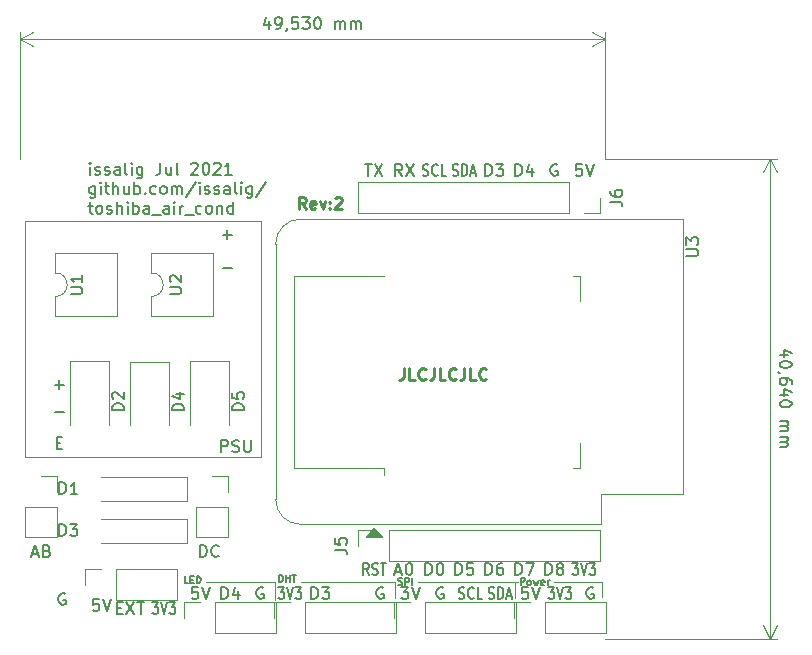
<source format=gbr>
%TF.GenerationSoftware,KiCad,Pcbnew,5.1.5+dfsg1-2build2*%
%TF.CreationDate,2021-07-06T16:50:00+02:00*%
%TF.ProjectId,airpcb_smd,61697270-6362-45f7-936d-642e6b696361,rev?*%
%TF.SameCoordinates,Original*%
%TF.FileFunction,Legend,Top*%
%TF.FilePolarity,Positive*%
%FSLAX46Y46*%
G04 Gerber Fmt 4.6, Leading zero omitted, Abs format (unit mm)*
G04 Created by KiCad (PCBNEW 5.1.5+dfsg1-2build2) date 2021-07-06 16:50:00*
%MOMM*%
%LPD*%
G04 APERTURE LIST*
%ADD10C,0.150000*%
%ADD11C,0.120000*%
%ADD12C,0.250000*%
G04 APERTURE END LIST*
D10*
X58999571Y-47172571D02*
X59332904Y-47172571D01*
X59475761Y-47696380D02*
X58999571Y-47696380D01*
X58999571Y-46696380D01*
X59475761Y-46696380D01*
X59809095Y-46696380D02*
X60475761Y-47696380D01*
X60475761Y-46696380D02*
X59809095Y-47696380D01*
X60713857Y-46696380D02*
X61285285Y-46696380D01*
X60999571Y-47696380D02*
X60999571Y-46696380D01*
D11*
X72390000Y-44958000D02*
X66548000Y-44958000D01*
X72390000Y-46482000D02*
X72390000Y-44958000D01*
X82550000Y-44958000D02*
X74549000Y-44958000D01*
X82550000Y-46355000D02*
X82550000Y-44958000D01*
X92710000Y-44958000D02*
X92964000Y-44958000D01*
X92710000Y-44958000D02*
X92710000Y-46355000D01*
X92202000Y-44958000D02*
X92710000Y-44958000D01*
X100076000Y-44958000D02*
X100076000Y-46228000D01*
X96012000Y-44958000D02*
X100076000Y-44958000D01*
X84455000Y-44958000D02*
X92202000Y-44958000D01*
D10*
X93175285Y-45229428D02*
X93175285Y-44629428D01*
X93403857Y-44629428D01*
X93461000Y-44658000D01*
X93489571Y-44686571D01*
X93518142Y-44743714D01*
X93518142Y-44829428D01*
X93489571Y-44886571D01*
X93461000Y-44915142D01*
X93403857Y-44943714D01*
X93175285Y-44943714D01*
X93861000Y-45229428D02*
X93803857Y-45200857D01*
X93775285Y-45172285D01*
X93746714Y-45115142D01*
X93746714Y-44943714D01*
X93775285Y-44886571D01*
X93803857Y-44858000D01*
X93861000Y-44829428D01*
X93946714Y-44829428D01*
X94003857Y-44858000D01*
X94032428Y-44886571D01*
X94061000Y-44943714D01*
X94061000Y-45115142D01*
X94032428Y-45172285D01*
X94003857Y-45200857D01*
X93946714Y-45229428D01*
X93861000Y-45229428D01*
X94261000Y-44829428D02*
X94375285Y-45229428D01*
X94489571Y-44943714D01*
X94603857Y-45229428D01*
X94718142Y-44829428D01*
X95175285Y-45200857D02*
X95118142Y-45229428D01*
X95003857Y-45229428D01*
X94946714Y-45200857D01*
X94918142Y-45143714D01*
X94918142Y-44915142D01*
X94946714Y-44858000D01*
X95003857Y-44829428D01*
X95118142Y-44829428D01*
X95175285Y-44858000D01*
X95203857Y-44915142D01*
X95203857Y-44972285D01*
X94918142Y-45029428D01*
X95461000Y-45229428D02*
X95461000Y-44829428D01*
X95461000Y-44943714D02*
X95489571Y-44886571D01*
X95518142Y-44858000D01*
X95575285Y-44829428D01*
X95632428Y-44829428D01*
X82824714Y-45200857D02*
X82910428Y-45229428D01*
X83053285Y-45229428D01*
X83110428Y-45200857D01*
X83139000Y-45172285D01*
X83167571Y-45115142D01*
X83167571Y-45058000D01*
X83139000Y-45000857D01*
X83110428Y-44972285D01*
X83053285Y-44943714D01*
X82939000Y-44915142D01*
X82881857Y-44886571D01*
X82853285Y-44858000D01*
X82824714Y-44800857D01*
X82824714Y-44743714D01*
X82853285Y-44686571D01*
X82881857Y-44658000D01*
X82939000Y-44629428D01*
X83081857Y-44629428D01*
X83167571Y-44658000D01*
X83424714Y-45229428D02*
X83424714Y-44629428D01*
X83653285Y-44629428D01*
X83710428Y-44658000D01*
X83739000Y-44686571D01*
X83767571Y-44743714D01*
X83767571Y-44829428D01*
X83739000Y-44886571D01*
X83710428Y-44915142D01*
X83653285Y-44943714D01*
X83424714Y-44943714D01*
X84024714Y-45229428D02*
X84024714Y-44629428D01*
X65019285Y-45102428D02*
X64733571Y-45102428D01*
X64733571Y-44502428D01*
X65219285Y-44788142D02*
X65419285Y-44788142D01*
X65505000Y-45102428D02*
X65219285Y-45102428D01*
X65219285Y-44502428D01*
X65505000Y-44502428D01*
X65762142Y-45102428D02*
X65762142Y-44502428D01*
X65905000Y-44502428D01*
X65990714Y-44531000D01*
X66047857Y-44588142D01*
X66076428Y-44645285D01*
X66105000Y-44759571D01*
X66105000Y-44845285D01*
X66076428Y-44959571D01*
X66047857Y-45016714D01*
X65990714Y-45073857D01*
X65905000Y-45102428D01*
X65762142Y-45102428D01*
X72706000Y-44975428D02*
X72706000Y-44375428D01*
X72848857Y-44375428D01*
X72934571Y-44404000D01*
X72991714Y-44461142D01*
X73020285Y-44518285D01*
X73048857Y-44632571D01*
X73048857Y-44718285D01*
X73020285Y-44832571D01*
X72991714Y-44889714D01*
X72934571Y-44946857D01*
X72848857Y-44975428D01*
X72706000Y-44975428D01*
X73306000Y-44975428D02*
X73306000Y-44375428D01*
X73306000Y-44661142D02*
X73648857Y-44661142D01*
X73648857Y-44975428D02*
X73648857Y-44375428D01*
X73848857Y-44375428D02*
X74191714Y-44375428D01*
X74020285Y-44975428D02*
X74020285Y-44375428D01*
X57467523Y-46442380D02*
X56991333Y-46442380D01*
X56943714Y-46918571D01*
X56991333Y-46870952D01*
X57086571Y-46823333D01*
X57324666Y-46823333D01*
X57419904Y-46870952D01*
X57467523Y-46918571D01*
X57515142Y-47013809D01*
X57515142Y-47251904D01*
X57467523Y-47347142D01*
X57419904Y-47394761D01*
X57324666Y-47442380D01*
X57086571Y-47442380D01*
X56991333Y-47394761D01*
X56943714Y-47347142D01*
X57800857Y-46442380D02*
X58134190Y-47442380D01*
X58467523Y-46442380D01*
X62001523Y-46696380D02*
X62496761Y-46696380D01*
X62230095Y-47077333D01*
X62344380Y-47077333D01*
X62420571Y-47124952D01*
X62458666Y-47172571D01*
X62496761Y-47267809D01*
X62496761Y-47505904D01*
X62458666Y-47601142D01*
X62420571Y-47648761D01*
X62344380Y-47696380D01*
X62115809Y-47696380D01*
X62039619Y-47648761D01*
X62001523Y-47601142D01*
X62725333Y-46696380D02*
X62992000Y-47696380D01*
X63258666Y-46696380D01*
X63449142Y-46696380D02*
X63944380Y-46696380D01*
X63677714Y-47077333D01*
X63792000Y-47077333D01*
X63868190Y-47124952D01*
X63906285Y-47172571D01*
X63944380Y-47267809D01*
X63944380Y-47505904D01*
X63906285Y-47601142D01*
X63868190Y-47648761D01*
X63792000Y-47696380D01*
X63563428Y-47696380D01*
X63487238Y-47648761D01*
X63449142Y-47601142D01*
X54617904Y-45982000D02*
X54522666Y-45934380D01*
X54379809Y-45934380D01*
X54236952Y-45982000D01*
X54141714Y-46077238D01*
X54094095Y-46172476D01*
X54046476Y-46362952D01*
X54046476Y-46505809D01*
X54094095Y-46696285D01*
X54141714Y-46791523D01*
X54236952Y-46886761D01*
X54379809Y-46934380D01*
X54475047Y-46934380D01*
X54617904Y-46886761D01*
X54665523Y-46839142D01*
X54665523Y-46505809D01*
X54475047Y-46505809D01*
X53887714Y-33202571D02*
X54221047Y-33202571D01*
X54363904Y-33726380D02*
X53887714Y-33726380D01*
X53887714Y-32726380D01*
X54363904Y-32726380D01*
X98361523Y-9612380D02*
X97885333Y-9612380D01*
X97837714Y-10088571D01*
X97885333Y-10040952D01*
X97980571Y-9993333D01*
X98218666Y-9993333D01*
X98313904Y-10040952D01*
X98361523Y-10088571D01*
X98409142Y-10183809D01*
X98409142Y-10421904D01*
X98361523Y-10517142D01*
X98313904Y-10564761D01*
X98218666Y-10612380D01*
X97980571Y-10612380D01*
X97885333Y-10564761D01*
X97837714Y-10517142D01*
X98694857Y-9612380D02*
X99028190Y-10612380D01*
X99361523Y-9612380D01*
X80010095Y-9612380D02*
X80581523Y-9612380D01*
X80295809Y-10612380D02*
X80295809Y-9612380D01*
X80819619Y-9612380D02*
X81486285Y-10612380D01*
X81486285Y-9612380D02*
X80819619Y-10612380D01*
X83145333Y-10612380D02*
X82812000Y-10136190D01*
X82573904Y-10612380D02*
X82573904Y-9612380D01*
X82954857Y-9612380D01*
X83050095Y-9660000D01*
X83097714Y-9707619D01*
X83145333Y-9802857D01*
X83145333Y-9945714D01*
X83097714Y-10040952D01*
X83050095Y-10088571D01*
X82954857Y-10136190D01*
X82573904Y-10136190D01*
X83478666Y-9612380D02*
X84145333Y-10612380D01*
X84145333Y-9612380D02*
X83478666Y-10612380D01*
X84899619Y-10564761D02*
X85013904Y-10612380D01*
X85204380Y-10612380D01*
X85280571Y-10564761D01*
X85318666Y-10517142D01*
X85356761Y-10421904D01*
X85356761Y-10326666D01*
X85318666Y-10231428D01*
X85280571Y-10183809D01*
X85204380Y-10136190D01*
X85052000Y-10088571D01*
X84975809Y-10040952D01*
X84937714Y-9993333D01*
X84899619Y-9898095D01*
X84899619Y-9802857D01*
X84937714Y-9707619D01*
X84975809Y-9660000D01*
X85052000Y-9612380D01*
X85242476Y-9612380D01*
X85356761Y-9660000D01*
X86156761Y-10517142D02*
X86118666Y-10564761D01*
X86004380Y-10612380D01*
X85928190Y-10612380D01*
X85813904Y-10564761D01*
X85737714Y-10469523D01*
X85699619Y-10374285D01*
X85661523Y-10183809D01*
X85661523Y-10040952D01*
X85699619Y-9850476D01*
X85737714Y-9755238D01*
X85813904Y-9660000D01*
X85928190Y-9612380D01*
X86004380Y-9612380D01*
X86118666Y-9660000D01*
X86156761Y-9707619D01*
X86880571Y-10612380D02*
X86499619Y-10612380D01*
X86499619Y-9612380D01*
X87420571Y-10564761D02*
X87534857Y-10612380D01*
X87725333Y-10612380D01*
X87801523Y-10564761D01*
X87839619Y-10517142D01*
X87877714Y-10421904D01*
X87877714Y-10326666D01*
X87839619Y-10231428D01*
X87801523Y-10183809D01*
X87725333Y-10136190D01*
X87572952Y-10088571D01*
X87496761Y-10040952D01*
X87458666Y-9993333D01*
X87420571Y-9898095D01*
X87420571Y-9802857D01*
X87458666Y-9707619D01*
X87496761Y-9660000D01*
X87572952Y-9612380D01*
X87763428Y-9612380D01*
X87877714Y-9660000D01*
X88220571Y-10612380D02*
X88220571Y-9612380D01*
X88411047Y-9612380D01*
X88525333Y-9660000D01*
X88601523Y-9755238D01*
X88639619Y-9850476D01*
X88677714Y-10040952D01*
X88677714Y-10183809D01*
X88639619Y-10374285D01*
X88601523Y-10469523D01*
X88525333Y-10564761D01*
X88411047Y-10612380D01*
X88220571Y-10612380D01*
X88982476Y-10326666D02*
X89363428Y-10326666D01*
X88906285Y-10612380D02*
X89172952Y-9612380D01*
X89439619Y-10612380D01*
X90193904Y-10612380D02*
X90193904Y-9612380D01*
X90432000Y-9612380D01*
X90574857Y-9660000D01*
X90670095Y-9755238D01*
X90717714Y-9850476D01*
X90765333Y-10040952D01*
X90765333Y-10183809D01*
X90717714Y-10374285D01*
X90670095Y-10469523D01*
X90574857Y-10564761D01*
X90432000Y-10612380D01*
X90193904Y-10612380D01*
X91098666Y-9612380D02*
X91717714Y-9612380D01*
X91384380Y-9993333D01*
X91527238Y-9993333D01*
X91622476Y-10040952D01*
X91670095Y-10088571D01*
X91717714Y-10183809D01*
X91717714Y-10421904D01*
X91670095Y-10517142D01*
X91622476Y-10564761D01*
X91527238Y-10612380D01*
X91241523Y-10612380D01*
X91146285Y-10564761D01*
X91098666Y-10517142D01*
X92733904Y-10612380D02*
X92733904Y-9612380D01*
X92972000Y-9612380D01*
X93114857Y-9660000D01*
X93210095Y-9755238D01*
X93257714Y-9850476D01*
X93305333Y-10040952D01*
X93305333Y-10183809D01*
X93257714Y-10374285D01*
X93210095Y-10469523D01*
X93114857Y-10564761D01*
X92972000Y-10612380D01*
X92733904Y-10612380D01*
X94162476Y-9945714D02*
X94162476Y-10612380D01*
X93924380Y-9564761D02*
X93686285Y-10279047D01*
X94305333Y-10279047D01*
X96273904Y-9660000D02*
X96178666Y-9612380D01*
X96035809Y-9612380D01*
X95892952Y-9660000D01*
X95797714Y-9755238D01*
X95750095Y-9850476D01*
X95702476Y-10040952D01*
X95702476Y-10183809D01*
X95750095Y-10374285D01*
X95797714Y-10469523D01*
X95892952Y-10564761D01*
X96035809Y-10612380D01*
X96131047Y-10612380D01*
X96273904Y-10564761D01*
X96321523Y-10517142D01*
X96321523Y-10183809D01*
X96131047Y-10183809D01*
X80333904Y-44394380D02*
X80067238Y-43918190D01*
X79876761Y-44394380D02*
X79876761Y-43394380D01*
X80181523Y-43394380D01*
X80257714Y-43442000D01*
X80295809Y-43489619D01*
X80333904Y-43584857D01*
X80333904Y-43727714D01*
X80295809Y-43822952D01*
X80257714Y-43870571D01*
X80181523Y-43918190D01*
X79876761Y-43918190D01*
X80638666Y-44346761D02*
X80752952Y-44394380D01*
X80943428Y-44394380D01*
X81019619Y-44346761D01*
X81057714Y-44299142D01*
X81095809Y-44203904D01*
X81095809Y-44108666D01*
X81057714Y-44013428D01*
X81019619Y-43965809D01*
X80943428Y-43918190D01*
X80791047Y-43870571D01*
X80714857Y-43822952D01*
X80676761Y-43775333D01*
X80638666Y-43680095D01*
X80638666Y-43584857D01*
X80676761Y-43489619D01*
X80714857Y-43442000D01*
X80791047Y-43394380D01*
X80981523Y-43394380D01*
X81095809Y-43442000D01*
X81324380Y-43394380D02*
X81781523Y-43394380D01*
X81552952Y-44394380D02*
X81552952Y-43394380D01*
X82597714Y-44108666D02*
X83073904Y-44108666D01*
X82502476Y-44394380D02*
X82835809Y-43394380D01*
X83169142Y-44394380D01*
X83692952Y-43394380D02*
X83788190Y-43394380D01*
X83883428Y-43442000D01*
X83931047Y-43489619D01*
X83978666Y-43584857D01*
X84026285Y-43775333D01*
X84026285Y-44013428D01*
X83978666Y-44203904D01*
X83931047Y-44299142D01*
X83883428Y-44346761D01*
X83788190Y-44394380D01*
X83692952Y-44394380D01*
X83597714Y-44346761D01*
X83550095Y-44299142D01*
X83502476Y-44203904D01*
X83454857Y-44013428D01*
X83454857Y-43775333D01*
X83502476Y-43584857D01*
X83550095Y-43489619D01*
X83597714Y-43442000D01*
X83692952Y-43394380D01*
X85113904Y-44394380D02*
X85113904Y-43394380D01*
X85352000Y-43394380D01*
X85494857Y-43442000D01*
X85590095Y-43537238D01*
X85637714Y-43632476D01*
X85685333Y-43822952D01*
X85685333Y-43965809D01*
X85637714Y-44156285D01*
X85590095Y-44251523D01*
X85494857Y-44346761D01*
X85352000Y-44394380D01*
X85113904Y-44394380D01*
X86304380Y-43394380D02*
X86399619Y-43394380D01*
X86494857Y-43442000D01*
X86542476Y-43489619D01*
X86590095Y-43584857D01*
X86637714Y-43775333D01*
X86637714Y-44013428D01*
X86590095Y-44203904D01*
X86542476Y-44299142D01*
X86494857Y-44346761D01*
X86399619Y-44394380D01*
X86304380Y-44394380D01*
X86209142Y-44346761D01*
X86161523Y-44299142D01*
X86113904Y-44203904D01*
X86066285Y-44013428D01*
X86066285Y-43775333D01*
X86113904Y-43584857D01*
X86161523Y-43489619D01*
X86209142Y-43442000D01*
X86304380Y-43394380D01*
X87653904Y-44394380D02*
X87653904Y-43394380D01*
X87892000Y-43394380D01*
X88034857Y-43442000D01*
X88130095Y-43537238D01*
X88177714Y-43632476D01*
X88225333Y-43822952D01*
X88225333Y-43965809D01*
X88177714Y-44156285D01*
X88130095Y-44251523D01*
X88034857Y-44346761D01*
X87892000Y-44394380D01*
X87653904Y-44394380D01*
X89130095Y-43394380D02*
X88653904Y-43394380D01*
X88606285Y-43870571D01*
X88653904Y-43822952D01*
X88749142Y-43775333D01*
X88987238Y-43775333D01*
X89082476Y-43822952D01*
X89130095Y-43870571D01*
X89177714Y-43965809D01*
X89177714Y-44203904D01*
X89130095Y-44299142D01*
X89082476Y-44346761D01*
X88987238Y-44394380D01*
X88749142Y-44394380D01*
X88653904Y-44346761D01*
X88606285Y-44299142D01*
X90193904Y-44394380D02*
X90193904Y-43394380D01*
X90432000Y-43394380D01*
X90574857Y-43442000D01*
X90670095Y-43537238D01*
X90717714Y-43632476D01*
X90765333Y-43822952D01*
X90765333Y-43965809D01*
X90717714Y-44156285D01*
X90670095Y-44251523D01*
X90574857Y-44346761D01*
X90432000Y-44394380D01*
X90193904Y-44394380D01*
X91622476Y-43394380D02*
X91432000Y-43394380D01*
X91336761Y-43442000D01*
X91289142Y-43489619D01*
X91193904Y-43632476D01*
X91146285Y-43822952D01*
X91146285Y-44203904D01*
X91193904Y-44299142D01*
X91241523Y-44346761D01*
X91336761Y-44394380D01*
X91527238Y-44394380D01*
X91622476Y-44346761D01*
X91670095Y-44299142D01*
X91717714Y-44203904D01*
X91717714Y-43965809D01*
X91670095Y-43870571D01*
X91622476Y-43822952D01*
X91527238Y-43775333D01*
X91336761Y-43775333D01*
X91241523Y-43822952D01*
X91193904Y-43870571D01*
X91146285Y-43965809D01*
X92733904Y-44394380D02*
X92733904Y-43394380D01*
X92972000Y-43394380D01*
X93114857Y-43442000D01*
X93210095Y-43537238D01*
X93257714Y-43632476D01*
X93305333Y-43822952D01*
X93305333Y-43965809D01*
X93257714Y-44156285D01*
X93210095Y-44251523D01*
X93114857Y-44346761D01*
X92972000Y-44394380D01*
X92733904Y-44394380D01*
X93638666Y-43394380D02*
X94305333Y-43394380D01*
X93876761Y-44394380D01*
X95273904Y-44394380D02*
X95273904Y-43394380D01*
X95512000Y-43394380D01*
X95654857Y-43442000D01*
X95750095Y-43537238D01*
X95797714Y-43632476D01*
X95845333Y-43822952D01*
X95845333Y-43965809D01*
X95797714Y-44156285D01*
X95750095Y-44251523D01*
X95654857Y-44346761D01*
X95512000Y-44394380D01*
X95273904Y-44394380D01*
X96416761Y-43822952D02*
X96321523Y-43775333D01*
X96273904Y-43727714D01*
X96226285Y-43632476D01*
X96226285Y-43584857D01*
X96273904Y-43489619D01*
X96321523Y-43442000D01*
X96416761Y-43394380D01*
X96607238Y-43394380D01*
X96702476Y-43442000D01*
X96750095Y-43489619D01*
X96797714Y-43584857D01*
X96797714Y-43632476D01*
X96750095Y-43727714D01*
X96702476Y-43775333D01*
X96607238Y-43822952D01*
X96416761Y-43822952D01*
X96321523Y-43870571D01*
X96273904Y-43918190D01*
X96226285Y-44013428D01*
X96226285Y-44203904D01*
X96273904Y-44299142D01*
X96321523Y-44346761D01*
X96416761Y-44394380D01*
X96607238Y-44394380D01*
X96702476Y-44346761D01*
X96750095Y-44299142D01*
X96797714Y-44203904D01*
X96797714Y-44013428D01*
X96750095Y-43918190D01*
X96702476Y-43870571D01*
X96607238Y-43822952D01*
X97561523Y-43394380D02*
X98056761Y-43394380D01*
X97790095Y-43775333D01*
X97904380Y-43775333D01*
X97980571Y-43822952D01*
X98018666Y-43870571D01*
X98056761Y-43965809D01*
X98056761Y-44203904D01*
X98018666Y-44299142D01*
X97980571Y-44346761D01*
X97904380Y-44394380D01*
X97675809Y-44394380D01*
X97599619Y-44346761D01*
X97561523Y-44299142D01*
X98285333Y-43394380D02*
X98552000Y-44394380D01*
X98818666Y-43394380D01*
X99009142Y-43394380D02*
X99504380Y-43394380D01*
X99237714Y-43775333D01*
X99352000Y-43775333D01*
X99428190Y-43822952D01*
X99466285Y-43870571D01*
X99504380Y-43965809D01*
X99504380Y-44203904D01*
X99466285Y-44299142D01*
X99428190Y-44346761D01*
X99352000Y-44394380D01*
X99123428Y-44394380D01*
X99047238Y-44346761D01*
X99009142Y-44299142D01*
D12*
X83280666Y-26884380D02*
X83280666Y-27598666D01*
X83233047Y-27741523D01*
X83137809Y-27836761D01*
X82994952Y-27884380D01*
X82899714Y-27884380D01*
X84233047Y-27884380D02*
X83756857Y-27884380D01*
X83756857Y-26884380D01*
X85137809Y-27789142D02*
X85090190Y-27836761D01*
X84947333Y-27884380D01*
X84852095Y-27884380D01*
X84709238Y-27836761D01*
X84614000Y-27741523D01*
X84566380Y-27646285D01*
X84518761Y-27455809D01*
X84518761Y-27312952D01*
X84566380Y-27122476D01*
X84614000Y-27027238D01*
X84709238Y-26932000D01*
X84852095Y-26884380D01*
X84947333Y-26884380D01*
X85090190Y-26932000D01*
X85137809Y-26979619D01*
X85852095Y-26884380D02*
X85852095Y-27598666D01*
X85804476Y-27741523D01*
X85709238Y-27836761D01*
X85566380Y-27884380D01*
X85471142Y-27884380D01*
X86804476Y-27884380D02*
X86328285Y-27884380D01*
X86328285Y-26884380D01*
X87709238Y-27789142D02*
X87661619Y-27836761D01*
X87518761Y-27884380D01*
X87423523Y-27884380D01*
X87280666Y-27836761D01*
X87185428Y-27741523D01*
X87137809Y-27646285D01*
X87090190Y-27455809D01*
X87090190Y-27312952D01*
X87137809Y-27122476D01*
X87185428Y-27027238D01*
X87280666Y-26932000D01*
X87423523Y-26884380D01*
X87518761Y-26884380D01*
X87661619Y-26932000D01*
X87709238Y-26979619D01*
X88423523Y-26884380D02*
X88423523Y-27598666D01*
X88375904Y-27741523D01*
X88280666Y-27836761D01*
X88137809Y-27884380D01*
X88042571Y-27884380D01*
X89375904Y-27884380D02*
X88899714Y-27884380D01*
X88899714Y-26884380D01*
X90280666Y-27789142D02*
X90233047Y-27836761D01*
X90090190Y-27884380D01*
X89994952Y-27884380D01*
X89852095Y-27836761D01*
X89756857Y-27741523D01*
X89709238Y-27646285D01*
X89661619Y-27455809D01*
X89661619Y-27312952D01*
X89709238Y-27122476D01*
X89756857Y-27027238D01*
X89852095Y-26932000D01*
X89994952Y-26884380D01*
X90090190Y-26884380D01*
X90233047Y-26932000D01*
X90280666Y-26979619D01*
X74985714Y-13406380D02*
X74652380Y-12930190D01*
X74414285Y-13406380D02*
X74414285Y-12406380D01*
X74795238Y-12406380D01*
X74890476Y-12454000D01*
X74938095Y-12501619D01*
X74985714Y-12596857D01*
X74985714Y-12739714D01*
X74938095Y-12834952D01*
X74890476Y-12882571D01*
X74795238Y-12930190D01*
X74414285Y-12930190D01*
X75795238Y-13358761D02*
X75700000Y-13406380D01*
X75509523Y-13406380D01*
X75414285Y-13358761D01*
X75366666Y-13263523D01*
X75366666Y-12882571D01*
X75414285Y-12787333D01*
X75509523Y-12739714D01*
X75700000Y-12739714D01*
X75795238Y-12787333D01*
X75842857Y-12882571D01*
X75842857Y-12977809D01*
X75366666Y-13073047D01*
X76176190Y-12739714D02*
X76414285Y-13406380D01*
X76652380Y-12739714D01*
X77033333Y-13311142D02*
X77080952Y-13358761D01*
X77033333Y-13406380D01*
X76985714Y-13358761D01*
X77033333Y-13311142D01*
X77033333Y-13406380D01*
X77033333Y-12787333D02*
X77080952Y-12834952D01*
X77033333Y-12882571D01*
X76985714Y-12834952D01*
X77033333Y-12787333D01*
X77033333Y-12882571D01*
X77461904Y-12501619D02*
X77509523Y-12454000D01*
X77604761Y-12406380D01*
X77842857Y-12406380D01*
X77938095Y-12454000D01*
X77985714Y-12501619D01*
X78033333Y-12596857D01*
X78033333Y-12692095D01*
X77985714Y-12834952D01*
X77414285Y-13406380D01*
X78033333Y-13406380D01*
D10*
X67945047Y-15565428D02*
X68706952Y-15565428D01*
X68326000Y-15946380D02*
X68326000Y-15184476D01*
X67945047Y-18359428D02*
X68706952Y-18359428D01*
X53721047Y-28265428D02*
X54482952Y-28265428D01*
X54102000Y-28646380D02*
X54102000Y-27884476D01*
X53721047Y-30551428D02*
X54482952Y-30551428D01*
X75461904Y-46426380D02*
X75461904Y-45426380D01*
X75700000Y-45426380D01*
X75842857Y-45474000D01*
X75938095Y-45569238D01*
X75985714Y-45664476D01*
X76033333Y-45854952D01*
X76033333Y-45997809D01*
X75985714Y-46188285D01*
X75938095Y-46283523D01*
X75842857Y-46378761D01*
X75700000Y-46426380D01*
X75461904Y-46426380D01*
X76366666Y-45426380D02*
X76985714Y-45426380D01*
X76652380Y-45807333D01*
X76795238Y-45807333D01*
X76890476Y-45854952D01*
X76938095Y-45902571D01*
X76985714Y-45997809D01*
X76985714Y-46235904D01*
X76938095Y-46331142D01*
X76890476Y-46378761D01*
X76795238Y-46426380D01*
X76509523Y-46426380D01*
X76414285Y-46378761D01*
X76366666Y-46331142D01*
X95529523Y-45426380D02*
X96024761Y-45426380D01*
X95758095Y-45807333D01*
X95872380Y-45807333D01*
X95948571Y-45854952D01*
X95986666Y-45902571D01*
X96024761Y-45997809D01*
X96024761Y-46235904D01*
X95986666Y-46331142D01*
X95948571Y-46378761D01*
X95872380Y-46426380D01*
X95643809Y-46426380D01*
X95567619Y-46378761D01*
X95529523Y-46331142D01*
X96253333Y-45426380D02*
X96520000Y-46426380D01*
X96786666Y-45426380D01*
X96977142Y-45426380D02*
X97472380Y-45426380D01*
X97205714Y-45807333D01*
X97320000Y-45807333D01*
X97396190Y-45854952D01*
X97434285Y-45902571D01*
X97472380Y-45997809D01*
X97472380Y-46235904D01*
X97434285Y-46331142D01*
X97396190Y-46378761D01*
X97320000Y-46426380D01*
X97091428Y-46426380D01*
X97015238Y-46378761D01*
X96977142Y-46331142D01*
X93789523Y-45426380D02*
X93313333Y-45426380D01*
X93265714Y-45902571D01*
X93313333Y-45854952D01*
X93408571Y-45807333D01*
X93646666Y-45807333D01*
X93741904Y-45854952D01*
X93789523Y-45902571D01*
X93837142Y-45997809D01*
X93837142Y-46235904D01*
X93789523Y-46331142D01*
X93741904Y-46378761D01*
X93646666Y-46426380D01*
X93408571Y-46426380D01*
X93313333Y-46378761D01*
X93265714Y-46331142D01*
X94122857Y-45426380D02*
X94456190Y-46426380D01*
X94789523Y-45426380D01*
X87947619Y-46378761D02*
X88061904Y-46426380D01*
X88252380Y-46426380D01*
X88328571Y-46378761D01*
X88366666Y-46331142D01*
X88404761Y-46235904D01*
X88404761Y-46140666D01*
X88366666Y-46045428D01*
X88328571Y-45997809D01*
X88252380Y-45950190D01*
X88100000Y-45902571D01*
X88023809Y-45854952D01*
X87985714Y-45807333D01*
X87947619Y-45712095D01*
X87947619Y-45616857D01*
X87985714Y-45521619D01*
X88023809Y-45474000D01*
X88100000Y-45426380D01*
X88290476Y-45426380D01*
X88404761Y-45474000D01*
X89204761Y-46331142D02*
X89166666Y-46378761D01*
X89052380Y-46426380D01*
X88976190Y-46426380D01*
X88861904Y-46378761D01*
X88785714Y-46283523D01*
X88747619Y-46188285D01*
X88709523Y-45997809D01*
X88709523Y-45854952D01*
X88747619Y-45664476D01*
X88785714Y-45569238D01*
X88861904Y-45474000D01*
X88976190Y-45426380D01*
X89052380Y-45426380D01*
X89166666Y-45474000D01*
X89204761Y-45521619D01*
X89928571Y-46426380D02*
X89547619Y-46426380D01*
X89547619Y-45426380D01*
X83058095Y-45426380D02*
X83677142Y-45426380D01*
X83343809Y-45807333D01*
X83486666Y-45807333D01*
X83581904Y-45854952D01*
X83629523Y-45902571D01*
X83677142Y-45997809D01*
X83677142Y-46235904D01*
X83629523Y-46331142D01*
X83581904Y-46378761D01*
X83486666Y-46426380D01*
X83200952Y-46426380D01*
X83105714Y-46378761D01*
X83058095Y-46331142D01*
X83962857Y-45426380D02*
X84296190Y-46426380D01*
X84629523Y-45426380D01*
X86621904Y-45474000D02*
X86526666Y-45426380D01*
X86383809Y-45426380D01*
X86240952Y-45474000D01*
X86145714Y-45569238D01*
X86098095Y-45664476D01*
X86050476Y-45854952D01*
X86050476Y-45997809D01*
X86098095Y-46188285D01*
X86145714Y-46283523D01*
X86240952Y-46378761D01*
X86383809Y-46426380D01*
X86479047Y-46426380D01*
X86621904Y-46378761D01*
X86669523Y-46331142D01*
X86669523Y-45997809D01*
X86479047Y-45997809D01*
X67841904Y-46426380D02*
X67841904Y-45426380D01*
X68080000Y-45426380D01*
X68222857Y-45474000D01*
X68318095Y-45569238D01*
X68365714Y-45664476D01*
X68413333Y-45854952D01*
X68413333Y-45997809D01*
X68365714Y-46188285D01*
X68318095Y-46283523D01*
X68222857Y-46378761D01*
X68080000Y-46426380D01*
X67841904Y-46426380D01*
X69270476Y-45759714D02*
X69270476Y-46426380D01*
X69032380Y-45378761D02*
X68794285Y-46093047D01*
X69413333Y-46093047D01*
X72669523Y-45426380D02*
X73164761Y-45426380D01*
X72898095Y-45807333D01*
X73012380Y-45807333D01*
X73088571Y-45854952D01*
X73126666Y-45902571D01*
X73164761Y-45997809D01*
X73164761Y-46235904D01*
X73126666Y-46331142D01*
X73088571Y-46378761D01*
X73012380Y-46426380D01*
X72783809Y-46426380D01*
X72707619Y-46378761D01*
X72669523Y-46331142D01*
X73393333Y-45426380D02*
X73660000Y-46426380D01*
X73926666Y-45426380D01*
X74117142Y-45426380D02*
X74612380Y-45426380D01*
X74345714Y-45807333D01*
X74460000Y-45807333D01*
X74536190Y-45854952D01*
X74574285Y-45902571D01*
X74612380Y-45997809D01*
X74612380Y-46235904D01*
X74574285Y-46331142D01*
X74536190Y-46378761D01*
X74460000Y-46426380D01*
X74231428Y-46426380D01*
X74155238Y-46378761D01*
X74117142Y-46331142D01*
X65849523Y-45426380D02*
X65373333Y-45426380D01*
X65325714Y-45902571D01*
X65373333Y-45854952D01*
X65468571Y-45807333D01*
X65706666Y-45807333D01*
X65801904Y-45854952D01*
X65849523Y-45902571D01*
X65897142Y-45997809D01*
X65897142Y-46235904D01*
X65849523Y-46331142D01*
X65801904Y-46378761D01*
X65706666Y-46426380D01*
X65468571Y-46426380D01*
X65373333Y-46378761D01*
X65325714Y-46331142D01*
X66182857Y-45426380D02*
X66516190Y-46426380D01*
X66849523Y-45426380D01*
X71381904Y-45474000D02*
X71286666Y-45426380D01*
X71143809Y-45426380D01*
X71000952Y-45474000D01*
X70905714Y-45569238D01*
X70858095Y-45664476D01*
X70810476Y-45854952D01*
X70810476Y-45997809D01*
X70858095Y-46188285D01*
X70905714Y-46283523D01*
X71000952Y-46378761D01*
X71143809Y-46426380D01*
X71239047Y-46426380D01*
X71381904Y-46378761D01*
X71429523Y-46331142D01*
X71429523Y-45997809D01*
X71239047Y-45997809D01*
X81541904Y-45474000D02*
X81446666Y-45426380D01*
X81303809Y-45426380D01*
X81160952Y-45474000D01*
X81065714Y-45569238D01*
X81018095Y-45664476D01*
X80970476Y-45854952D01*
X80970476Y-45997809D01*
X81018095Y-46188285D01*
X81065714Y-46283523D01*
X81160952Y-46378761D01*
X81303809Y-46426380D01*
X81399047Y-46426380D01*
X81541904Y-46378761D01*
X81589523Y-46331142D01*
X81589523Y-45997809D01*
X81399047Y-45997809D01*
X90468571Y-46378761D02*
X90582857Y-46426380D01*
X90773333Y-46426380D01*
X90849523Y-46378761D01*
X90887619Y-46331142D01*
X90925714Y-46235904D01*
X90925714Y-46140666D01*
X90887619Y-46045428D01*
X90849523Y-45997809D01*
X90773333Y-45950190D01*
X90620952Y-45902571D01*
X90544761Y-45854952D01*
X90506666Y-45807333D01*
X90468571Y-45712095D01*
X90468571Y-45616857D01*
X90506666Y-45521619D01*
X90544761Y-45474000D01*
X90620952Y-45426380D01*
X90811428Y-45426380D01*
X90925714Y-45474000D01*
X91268571Y-46426380D02*
X91268571Y-45426380D01*
X91459047Y-45426380D01*
X91573333Y-45474000D01*
X91649523Y-45569238D01*
X91687619Y-45664476D01*
X91725714Y-45854952D01*
X91725714Y-45997809D01*
X91687619Y-46188285D01*
X91649523Y-46283523D01*
X91573333Y-46378761D01*
X91459047Y-46426380D01*
X91268571Y-46426380D01*
X92030476Y-46140666D02*
X92411428Y-46140666D01*
X91954285Y-46426380D02*
X92220952Y-45426380D01*
X92487619Y-46426380D01*
X115784285Y-25797333D02*
X115117619Y-25797333D01*
X116165238Y-25559238D02*
X115450952Y-25321142D01*
X115450952Y-25940190D01*
X116117619Y-26511619D02*
X116117619Y-26606857D01*
X116070000Y-26702095D01*
X116022380Y-26749714D01*
X115927142Y-26797333D01*
X115736666Y-26844952D01*
X115498571Y-26844952D01*
X115308095Y-26797333D01*
X115212857Y-26749714D01*
X115165238Y-26702095D01*
X115117619Y-26606857D01*
X115117619Y-26511619D01*
X115165238Y-26416380D01*
X115212857Y-26368761D01*
X115308095Y-26321142D01*
X115498571Y-26273523D01*
X115736666Y-26273523D01*
X115927142Y-26321142D01*
X116022380Y-26368761D01*
X116070000Y-26416380D01*
X116117619Y-26511619D01*
X115165238Y-27321142D02*
X115117619Y-27321142D01*
X115022380Y-27273523D01*
X114974761Y-27225904D01*
X116117619Y-28178285D02*
X116117619Y-27987809D01*
X116070000Y-27892571D01*
X116022380Y-27844952D01*
X115879523Y-27749714D01*
X115689047Y-27702095D01*
X115308095Y-27702095D01*
X115212857Y-27749714D01*
X115165238Y-27797333D01*
X115117619Y-27892571D01*
X115117619Y-28083047D01*
X115165238Y-28178285D01*
X115212857Y-28225904D01*
X115308095Y-28273523D01*
X115546190Y-28273523D01*
X115641428Y-28225904D01*
X115689047Y-28178285D01*
X115736666Y-28083047D01*
X115736666Y-27892571D01*
X115689047Y-27797333D01*
X115641428Y-27749714D01*
X115546190Y-27702095D01*
X115784285Y-29130666D02*
X115117619Y-29130666D01*
X116165238Y-28892571D02*
X115450952Y-28654476D01*
X115450952Y-29273523D01*
X116117619Y-29844952D02*
X116117619Y-29940190D01*
X116070000Y-30035428D01*
X116022380Y-30083047D01*
X115927142Y-30130666D01*
X115736666Y-30178285D01*
X115498571Y-30178285D01*
X115308095Y-30130666D01*
X115212857Y-30083047D01*
X115165238Y-30035428D01*
X115117619Y-29940190D01*
X115117619Y-29844952D01*
X115165238Y-29749714D01*
X115212857Y-29702095D01*
X115308095Y-29654476D01*
X115498571Y-29606857D01*
X115736666Y-29606857D01*
X115927142Y-29654476D01*
X116022380Y-29702095D01*
X116070000Y-29749714D01*
X116117619Y-29844952D01*
X115117619Y-31368761D02*
X115784285Y-31368761D01*
X115689047Y-31368761D02*
X115736666Y-31416380D01*
X115784285Y-31511619D01*
X115784285Y-31654476D01*
X115736666Y-31749714D01*
X115641428Y-31797333D01*
X115117619Y-31797333D01*
X115641428Y-31797333D02*
X115736666Y-31844952D01*
X115784285Y-31940190D01*
X115784285Y-32083047D01*
X115736666Y-32178285D01*
X115641428Y-32225904D01*
X115117619Y-32225904D01*
X115117619Y-32702095D02*
X115784285Y-32702095D01*
X115689047Y-32702095D02*
X115736666Y-32749714D01*
X115784285Y-32844952D01*
X115784285Y-32987809D01*
X115736666Y-33083047D01*
X115641428Y-33130666D01*
X115117619Y-33130666D01*
X115641428Y-33130666D02*
X115736666Y-33178285D01*
X115784285Y-33273523D01*
X115784285Y-33416380D01*
X115736666Y-33511619D01*
X115641428Y-33559238D01*
X115117619Y-33559238D01*
D11*
X114300000Y-9144000D02*
X114300000Y-49784000D01*
X100330000Y-9144000D02*
X114886421Y-9144000D01*
X100330000Y-49784000D02*
X114886421Y-49784000D01*
X114300000Y-49784000D02*
X113713579Y-48657496D01*
X114300000Y-49784000D02*
X114886421Y-48657496D01*
X114300000Y-9144000D02*
X113713579Y-10270504D01*
X114300000Y-9144000D02*
X114886421Y-10270504D01*
D10*
X71898333Y2500285D02*
X71898333Y1833619D01*
X71660238Y2881238D02*
X71422142Y2166952D01*
X72041190Y2166952D01*
X72469761Y1833619D02*
X72660238Y1833619D01*
X72755476Y1881238D01*
X72803095Y1928857D01*
X72898333Y2071714D01*
X72945952Y2262190D01*
X72945952Y2643142D01*
X72898333Y2738380D01*
X72850714Y2786000D01*
X72755476Y2833619D01*
X72565000Y2833619D01*
X72469761Y2786000D01*
X72422142Y2738380D01*
X72374523Y2643142D01*
X72374523Y2405047D01*
X72422142Y2309809D01*
X72469761Y2262190D01*
X72565000Y2214571D01*
X72755476Y2214571D01*
X72850714Y2262190D01*
X72898333Y2309809D01*
X72945952Y2405047D01*
X73422142Y1881238D02*
X73422142Y1833619D01*
X73374523Y1738380D01*
X73326904Y1690761D01*
X74326904Y2833619D02*
X73850714Y2833619D01*
X73803095Y2357428D01*
X73850714Y2405047D01*
X73945952Y2452666D01*
X74184047Y2452666D01*
X74279285Y2405047D01*
X74326904Y2357428D01*
X74374523Y2262190D01*
X74374523Y2024095D01*
X74326904Y1928857D01*
X74279285Y1881238D01*
X74184047Y1833619D01*
X73945952Y1833619D01*
X73850714Y1881238D01*
X73803095Y1928857D01*
X74707857Y2833619D02*
X75326904Y2833619D01*
X74993571Y2452666D01*
X75136428Y2452666D01*
X75231666Y2405047D01*
X75279285Y2357428D01*
X75326904Y2262190D01*
X75326904Y2024095D01*
X75279285Y1928857D01*
X75231666Y1881238D01*
X75136428Y1833619D01*
X74850714Y1833619D01*
X74755476Y1881238D01*
X74707857Y1928857D01*
X75945952Y2833619D02*
X76041190Y2833619D01*
X76136428Y2786000D01*
X76184047Y2738380D01*
X76231666Y2643142D01*
X76279285Y2452666D01*
X76279285Y2214571D01*
X76231666Y2024095D01*
X76184047Y1928857D01*
X76136428Y1881238D01*
X76041190Y1833619D01*
X75945952Y1833619D01*
X75850714Y1881238D01*
X75803095Y1928857D01*
X75755476Y2024095D01*
X75707857Y2214571D01*
X75707857Y2452666D01*
X75755476Y2643142D01*
X75803095Y2738380D01*
X75850714Y2786000D01*
X75945952Y2833619D01*
X77469761Y1833619D02*
X77469761Y2500285D01*
X77469761Y2405047D02*
X77517380Y2452666D01*
X77612619Y2500285D01*
X77755476Y2500285D01*
X77850714Y2452666D01*
X77898333Y2357428D01*
X77898333Y1833619D01*
X77898333Y2357428D02*
X77945952Y2452666D01*
X78041190Y2500285D01*
X78184047Y2500285D01*
X78279285Y2452666D01*
X78326904Y2357428D01*
X78326904Y1833619D01*
X78803095Y1833619D02*
X78803095Y2500285D01*
X78803095Y2405047D02*
X78850714Y2452666D01*
X78945952Y2500285D01*
X79088809Y2500285D01*
X79184047Y2452666D01*
X79231666Y2357428D01*
X79231666Y1833619D01*
X79231666Y2357428D02*
X79279285Y2452666D01*
X79374523Y2500285D01*
X79517380Y2500285D01*
X79612619Y2452666D01*
X79660238Y2357428D01*
X79660238Y1833619D01*
D11*
X50800000Y1016000D02*
X100330000Y1016000D01*
X50800000Y-9144000D02*
X50800000Y1602421D01*
X100330000Y-9144000D02*
X100330000Y1602421D01*
X100330000Y1016000D02*
X99203496Y429579D01*
X100330000Y1016000D02*
X99203496Y1602421D01*
X50800000Y1016000D02*
X51926504Y429579D01*
X50800000Y1016000D02*
X51926504Y1602421D01*
D10*
X99321904Y-45474000D02*
X99226666Y-45426380D01*
X99083809Y-45426380D01*
X98940952Y-45474000D01*
X98845714Y-45569238D01*
X98798095Y-45664476D01*
X98750476Y-45854952D01*
X98750476Y-45997809D01*
X98798095Y-46188285D01*
X98845714Y-46283523D01*
X98940952Y-46378761D01*
X99083809Y-46426380D01*
X99179047Y-46426380D01*
X99321904Y-46378761D01*
X99369523Y-46331142D01*
X99369523Y-45997809D01*
X99179047Y-45997809D01*
X56723595Y-10486380D02*
X56723595Y-9819714D01*
X56723595Y-9486380D02*
X56675976Y-9534000D01*
X56723595Y-9581619D01*
X56771214Y-9534000D01*
X56723595Y-9486380D01*
X56723595Y-9581619D01*
X57152166Y-10438761D02*
X57247404Y-10486380D01*
X57437880Y-10486380D01*
X57533119Y-10438761D01*
X57580738Y-10343523D01*
X57580738Y-10295904D01*
X57533119Y-10200666D01*
X57437880Y-10153047D01*
X57295023Y-10153047D01*
X57199785Y-10105428D01*
X57152166Y-10010190D01*
X57152166Y-9962571D01*
X57199785Y-9867333D01*
X57295023Y-9819714D01*
X57437880Y-9819714D01*
X57533119Y-9867333D01*
X57961690Y-10438761D02*
X58056928Y-10486380D01*
X58247404Y-10486380D01*
X58342642Y-10438761D01*
X58390261Y-10343523D01*
X58390261Y-10295904D01*
X58342642Y-10200666D01*
X58247404Y-10153047D01*
X58104547Y-10153047D01*
X58009309Y-10105428D01*
X57961690Y-10010190D01*
X57961690Y-9962571D01*
X58009309Y-9867333D01*
X58104547Y-9819714D01*
X58247404Y-9819714D01*
X58342642Y-9867333D01*
X59247404Y-10486380D02*
X59247404Y-9962571D01*
X59199785Y-9867333D01*
X59104547Y-9819714D01*
X58914071Y-9819714D01*
X58818833Y-9867333D01*
X59247404Y-10438761D02*
X59152166Y-10486380D01*
X58914071Y-10486380D01*
X58818833Y-10438761D01*
X58771214Y-10343523D01*
X58771214Y-10248285D01*
X58818833Y-10153047D01*
X58914071Y-10105428D01*
X59152166Y-10105428D01*
X59247404Y-10057809D01*
X59866452Y-10486380D02*
X59771214Y-10438761D01*
X59723595Y-10343523D01*
X59723595Y-9486380D01*
X60247404Y-10486380D02*
X60247404Y-9819714D01*
X60247404Y-9486380D02*
X60199785Y-9534000D01*
X60247404Y-9581619D01*
X60295023Y-9534000D01*
X60247404Y-9486380D01*
X60247404Y-9581619D01*
X61152166Y-9819714D02*
X61152166Y-10629238D01*
X61104547Y-10724476D01*
X61056928Y-10772095D01*
X60961690Y-10819714D01*
X60818833Y-10819714D01*
X60723595Y-10772095D01*
X61152166Y-10438761D02*
X61056928Y-10486380D01*
X60866452Y-10486380D01*
X60771214Y-10438761D01*
X60723595Y-10391142D01*
X60675976Y-10295904D01*
X60675976Y-10010190D01*
X60723595Y-9914952D01*
X60771214Y-9867333D01*
X60866452Y-9819714D01*
X61056928Y-9819714D01*
X61152166Y-9867333D01*
X62675976Y-9486380D02*
X62675976Y-10200666D01*
X62628357Y-10343523D01*
X62533119Y-10438761D01*
X62390261Y-10486380D01*
X62295023Y-10486380D01*
X63580738Y-9819714D02*
X63580738Y-10486380D01*
X63152166Y-9819714D02*
X63152166Y-10343523D01*
X63199785Y-10438761D01*
X63295023Y-10486380D01*
X63437880Y-10486380D01*
X63533119Y-10438761D01*
X63580738Y-10391142D01*
X64199785Y-10486380D02*
X64104547Y-10438761D01*
X64056928Y-10343523D01*
X64056928Y-9486380D01*
X65295023Y-9581619D02*
X65342642Y-9534000D01*
X65437880Y-9486380D01*
X65675976Y-9486380D01*
X65771214Y-9534000D01*
X65818833Y-9581619D01*
X65866452Y-9676857D01*
X65866452Y-9772095D01*
X65818833Y-9914952D01*
X65247404Y-10486380D01*
X65866452Y-10486380D01*
X66485500Y-9486380D02*
X66580738Y-9486380D01*
X66675976Y-9534000D01*
X66723595Y-9581619D01*
X66771214Y-9676857D01*
X66818833Y-9867333D01*
X66818833Y-10105428D01*
X66771214Y-10295904D01*
X66723595Y-10391142D01*
X66675976Y-10438761D01*
X66580738Y-10486380D01*
X66485500Y-10486380D01*
X66390261Y-10438761D01*
X66342642Y-10391142D01*
X66295023Y-10295904D01*
X66247404Y-10105428D01*
X66247404Y-9867333D01*
X66295023Y-9676857D01*
X66342642Y-9581619D01*
X66390261Y-9534000D01*
X66485500Y-9486380D01*
X67199785Y-9581619D02*
X67247404Y-9534000D01*
X67342642Y-9486380D01*
X67580738Y-9486380D01*
X67675976Y-9534000D01*
X67723595Y-9581619D01*
X67771214Y-9676857D01*
X67771214Y-9772095D01*
X67723595Y-9914952D01*
X67152166Y-10486380D01*
X67771214Y-10486380D01*
X68723595Y-10486380D02*
X68152166Y-10486380D01*
X68437880Y-10486380D02*
X68437880Y-9486380D01*
X68342642Y-9629238D01*
X68247404Y-9724476D01*
X68152166Y-9772095D01*
X57152166Y-11469714D02*
X57152166Y-12279238D01*
X57104547Y-12374476D01*
X57056928Y-12422095D01*
X56961690Y-12469714D01*
X56818833Y-12469714D01*
X56723595Y-12422095D01*
X57152166Y-12088761D02*
X57056928Y-12136380D01*
X56866452Y-12136380D01*
X56771214Y-12088761D01*
X56723595Y-12041142D01*
X56675976Y-11945904D01*
X56675976Y-11660190D01*
X56723595Y-11564952D01*
X56771214Y-11517333D01*
X56866452Y-11469714D01*
X57056928Y-11469714D01*
X57152166Y-11517333D01*
X57628357Y-12136380D02*
X57628357Y-11469714D01*
X57628357Y-11136380D02*
X57580738Y-11184000D01*
X57628357Y-11231619D01*
X57675976Y-11184000D01*
X57628357Y-11136380D01*
X57628357Y-11231619D01*
X57961690Y-11469714D02*
X58342642Y-11469714D01*
X58104547Y-11136380D02*
X58104547Y-11993523D01*
X58152166Y-12088761D01*
X58247404Y-12136380D01*
X58342642Y-12136380D01*
X58675976Y-12136380D02*
X58675976Y-11136380D01*
X59104547Y-12136380D02*
X59104547Y-11612571D01*
X59056928Y-11517333D01*
X58961690Y-11469714D01*
X58818833Y-11469714D01*
X58723595Y-11517333D01*
X58675976Y-11564952D01*
X60009309Y-11469714D02*
X60009309Y-12136380D01*
X59580738Y-11469714D02*
X59580738Y-11993523D01*
X59628357Y-12088761D01*
X59723595Y-12136380D01*
X59866452Y-12136380D01*
X59961690Y-12088761D01*
X60009309Y-12041142D01*
X60485500Y-12136380D02*
X60485500Y-11136380D01*
X60485500Y-11517333D02*
X60580738Y-11469714D01*
X60771214Y-11469714D01*
X60866452Y-11517333D01*
X60914071Y-11564952D01*
X60961690Y-11660190D01*
X60961690Y-11945904D01*
X60914071Y-12041142D01*
X60866452Y-12088761D01*
X60771214Y-12136380D01*
X60580738Y-12136380D01*
X60485500Y-12088761D01*
X61390261Y-12041142D02*
X61437880Y-12088761D01*
X61390261Y-12136380D01*
X61342642Y-12088761D01*
X61390261Y-12041142D01*
X61390261Y-12136380D01*
X62295023Y-12088761D02*
X62199785Y-12136380D01*
X62009309Y-12136380D01*
X61914071Y-12088761D01*
X61866452Y-12041142D01*
X61818833Y-11945904D01*
X61818833Y-11660190D01*
X61866452Y-11564952D01*
X61914071Y-11517333D01*
X62009309Y-11469714D01*
X62199785Y-11469714D01*
X62295023Y-11517333D01*
X62866452Y-12136380D02*
X62771214Y-12088761D01*
X62723595Y-12041142D01*
X62675976Y-11945904D01*
X62675976Y-11660190D01*
X62723595Y-11564952D01*
X62771214Y-11517333D01*
X62866452Y-11469714D01*
X63009309Y-11469714D01*
X63104547Y-11517333D01*
X63152166Y-11564952D01*
X63199785Y-11660190D01*
X63199785Y-11945904D01*
X63152166Y-12041142D01*
X63104547Y-12088761D01*
X63009309Y-12136380D01*
X62866452Y-12136380D01*
X63628357Y-12136380D02*
X63628357Y-11469714D01*
X63628357Y-11564952D02*
X63675976Y-11517333D01*
X63771214Y-11469714D01*
X63914071Y-11469714D01*
X64009309Y-11517333D01*
X64056928Y-11612571D01*
X64056928Y-12136380D01*
X64056928Y-11612571D02*
X64104547Y-11517333D01*
X64199785Y-11469714D01*
X64342642Y-11469714D01*
X64437880Y-11517333D01*
X64485500Y-11612571D01*
X64485500Y-12136380D01*
X65675976Y-11088761D02*
X64818833Y-12374476D01*
X66009309Y-12136380D02*
X66009309Y-11469714D01*
X66009309Y-11136380D02*
X65961690Y-11184000D01*
X66009309Y-11231619D01*
X66056928Y-11184000D01*
X66009309Y-11136380D01*
X66009309Y-11231619D01*
X66437880Y-12088761D02*
X66533119Y-12136380D01*
X66723595Y-12136380D01*
X66818833Y-12088761D01*
X66866452Y-11993523D01*
X66866452Y-11945904D01*
X66818833Y-11850666D01*
X66723595Y-11803047D01*
X66580738Y-11803047D01*
X66485500Y-11755428D01*
X66437880Y-11660190D01*
X66437880Y-11612571D01*
X66485500Y-11517333D01*
X66580738Y-11469714D01*
X66723595Y-11469714D01*
X66818833Y-11517333D01*
X67247404Y-12088761D02*
X67342642Y-12136380D01*
X67533119Y-12136380D01*
X67628357Y-12088761D01*
X67675976Y-11993523D01*
X67675976Y-11945904D01*
X67628357Y-11850666D01*
X67533119Y-11803047D01*
X67390261Y-11803047D01*
X67295023Y-11755428D01*
X67247404Y-11660190D01*
X67247404Y-11612571D01*
X67295023Y-11517333D01*
X67390261Y-11469714D01*
X67533119Y-11469714D01*
X67628357Y-11517333D01*
X68533119Y-12136380D02*
X68533119Y-11612571D01*
X68485500Y-11517333D01*
X68390261Y-11469714D01*
X68199785Y-11469714D01*
X68104547Y-11517333D01*
X68533119Y-12088761D02*
X68437880Y-12136380D01*
X68199785Y-12136380D01*
X68104547Y-12088761D01*
X68056928Y-11993523D01*
X68056928Y-11898285D01*
X68104547Y-11803047D01*
X68199785Y-11755428D01*
X68437880Y-11755428D01*
X68533119Y-11707809D01*
X69152166Y-12136380D02*
X69056928Y-12088761D01*
X69009309Y-11993523D01*
X69009309Y-11136380D01*
X69533119Y-12136380D02*
X69533119Y-11469714D01*
X69533119Y-11136380D02*
X69485500Y-11184000D01*
X69533119Y-11231619D01*
X69580738Y-11184000D01*
X69533119Y-11136380D01*
X69533119Y-11231619D01*
X70437880Y-11469714D02*
X70437880Y-12279238D01*
X70390261Y-12374476D01*
X70342642Y-12422095D01*
X70247404Y-12469714D01*
X70104547Y-12469714D01*
X70009309Y-12422095D01*
X70437880Y-12088761D02*
X70342642Y-12136380D01*
X70152166Y-12136380D01*
X70056928Y-12088761D01*
X70009309Y-12041142D01*
X69961690Y-11945904D01*
X69961690Y-11660190D01*
X70009309Y-11564952D01*
X70056928Y-11517333D01*
X70152166Y-11469714D01*
X70342642Y-11469714D01*
X70437880Y-11517333D01*
X71628357Y-11088761D02*
X70771214Y-12374476D01*
X56580738Y-13119714D02*
X56961690Y-13119714D01*
X56723595Y-12786380D02*
X56723595Y-13643523D01*
X56771214Y-13738761D01*
X56866452Y-13786380D01*
X56961690Y-13786380D01*
X57437880Y-13786380D02*
X57342642Y-13738761D01*
X57295023Y-13691142D01*
X57247404Y-13595904D01*
X57247404Y-13310190D01*
X57295023Y-13214952D01*
X57342642Y-13167333D01*
X57437880Y-13119714D01*
X57580738Y-13119714D01*
X57675976Y-13167333D01*
X57723595Y-13214952D01*
X57771214Y-13310190D01*
X57771214Y-13595904D01*
X57723595Y-13691142D01*
X57675976Y-13738761D01*
X57580738Y-13786380D01*
X57437880Y-13786380D01*
X58152166Y-13738761D02*
X58247404Y-13786380D01*
X58437880Y-13786380D01*
X58533119Y-13738761D01*
X58580738Y-13643523D01*
X58580738Y-13595904D01*
X58533119Y-13500666D01*
X58437880Y-13453047D01*
X58295023Y-13453047D01*
X58199785Y-13405428D01*
X58152166Y-13310190D01*
X58152166Y-13262571D01*
X58199785Y-13167333D01*
X58295023Y-13119714D01*
X58437880Y-13119714D01*
X58533119Y-13167333D01*
X59009309Y-13786380D02*
X59009309Y-12786380D01*
X59437880Y-13786380D02*
X59437880Y-13262571D01*
X59390261Y-13167333D01*
X59295023Y-13119714D01*
X59152166Y-13119714D01*
X59056928Y-13167333D01*
X59009309Y-13214952D01*
X59914071Y-13786380D02*
X59914071Y-13119714D01*
X59914071Y-12786380D02*
X59866452Y-12834000D01*
X59914071Y-12881619D01*
X59961690Y-12834000D01*
X59914071Y-12786380D01*
X59914071Y-12881619D01*
X60390261Y-13786380D02*
X60390261Y-12786380D01*
X60390261Y-13167333D02*
X60485500Y-13119714D01*
X60675976Y-13119714D01*
X60771214Y-13167333D01*
X60818833Y-13214952D01*
X60866452Y-13310190D01*
X60866452Y-13595904D01*
X60818833Y-13691142D01*
X60771214Y-13738761D01*
X60675976Y-13786380D01*
X60485500Y-13786380D01*
X60390261Y-13738761D01*
X61723595Y-13786380D02*
X61723595Y-13262571D01*
X61675976Y-13167333D01*
X61580738Y-13119714D01*
X61390261Y-13119714D01*
X61295023Y-13167333D01*
X61723595Y-13738761D02*
X61628357Y-13786380D01*
X61390261Y-13786380D01*
X61295023Y-13738761D01*
X61247404Y-13643523D01*
X61247404Y-13548285D01*
X61295023Y-13453047D01*
X61390261Y-13405428D01*
X61628357Y-13405428D01*
X61723595Y-13357809D01*
X61961690Y-13881619D02*
X62723595Y-13881619D01*
X63390261Y-13786380D02*
X63390261Y-13262571D01*
X63342642Y-13167333D01*
X63247404Y-13119714D01*
X63056928Y-13119714D01*
X62961690Y-13167333D01*
X63390261Y-13738761D02*
X63295023Y-13786380D01*
X63056928Y-13786380D01*
X62961690Y-13738761D01*
X62914071Y-13643523D01*
X62914071Y-13548285D01*
X62961690Y-13453047D01*
X63056928Y-13405428D01*
X63295023Y-13405428D01*
X63390261Y-13357809D01*
X63866452Y-13786380D02*
X63866452Y-13119714D01*
X63866452Y-12786380D02*
X63818833Y-12834000D01*
X63866452Y-12881619D01*
X63914071Y-12834000D01*
X63866452Y-12786380D01*
X63866452Y-12881619D01*
X64342642Y-13786380D02*
X64342642Y-13119714D01*
X64342642Y-13310190D02*
X64390261Y-13214952D01*
X64437880Y-13167333D01*
X64533119Y-13119714D01*
X64628357Y-13119714D01*
X64723595Y-13881619D02*
X65485500Y-13881619D01*
X66152166Y-13738761D02*
X66056928Y-13786380D01*
X65866452Y-13786380D01*
X65771214Y-13738761D01*
X65723595Y-13691142D01*
X65675976Y-13595904D01*
X65675976Y-13310190D01*
X65723595Y-13214952D01*
X65771214Y-13167333D01*
X65866452Y-13119714D01*
X66056928Y-13119714D01*
X66152166Y-13167333D01*
X66723595Y-13786380D02*
X66628357Y-13738761D01*
X66580738Y-13691142D01*
X66533119Y-13595904D01*
X66533119Y-13310190D01*
X66580738Y-13214952D01*
X66628357Y-13167333D01*
X66723595Y-13119714D01*
X66866452Y-13119714D01*
X66961690Y-13167333D01*
X67009309Y-13214952D01*
X67056928Y-13310190D01*
X67056928Y-13595904D01*
X67009309Y-13691142D01*
X66961690Y-13738761D01*
X66866452Y-13786380D01*
X66723595Y-13786380D01*
X67485500Y-13119714D02*
X67485500Y-13786380D01*
X67485500Y-13214952D02*
X67533119Y-13167333D01*
X67628357Y-13119714D01*
X67771214Y-13119714D01*
X67866452Y-13167333D01*
X67914071Y-13262571D01*
X67914071Y-13786380D01*
X68818833Y-13786380D02*
X68818833Y-12786380D01*
X68818833Y-13738761D02*
X68723595Y-13786380D01*
X68533119Y-13786380D01*
X68437880Y-13738761D01*
X68390261Y-13691142D01*
X68342642Y-13595904D01*
X68342642Y-13310190D01*
X68390261Y-13214952D01*
X68437880Y-13167333D01*
X68533119Y-13119714D01*
X68723595Y-13119714D01*
X68818833Y-13167333D01*
D11*
%TO.C,J9*%
X56328000Y-45212000D02*
X56328000Y-43882000D01*
X56328000Y-43882000D02*
X57658000Y-43882000D01*
X58928000Y-43882000D02*
X64068000Y-43882000D01*
X64068000Y-46542000D02*
X64068000Y-43882000D01*
X58928000Y-46542000D02*
X64068000Y-46542000D01*
X58928000Y-46542000D02*
X58928000Y-43882000D01*
%TO.C,J11*%
X51214000Y-14384000D02*
X71214000Y-14384000D01*
X51214000Y-34384000D02*
X71214000Y-34384000D01*
X51214000Y-14384000D02*
X51214000Y-34384000D01*
X71214000Y-34384000D02*
X71214000Y-14384000D01*
%TO.C,J6*%
X99882000Y-12446000D02*
X99882000Y-13776000D01*
X99882000Y-13776000D02*
X98552000Y-13776000D01*
X97282000Y-13776000D02*
X79442000Y-13776000D01*
X79442000Y-11116000D02*
X79442000Y-13776000D01*
X97282000Y-11116000D02*
X79442000Y-11116000D01*
X97282000Y-11116000D02*
X97282000Y-13776000D01*
%TO.C,J5*%
X79442000Y-41910000D02*
X79442000Y-40580000D01*
X79442000Y-40580000D02*
X80772000Y-40580000D01*
X82042000Y-40580000D02*
X99882000Y-40580000D01*
X99882000Y-43240000D02*
X99882000Y-40580000D01*
X82042000Y-43240000D02*
X99882000Y-43240000D01*
X82042000Y-43240000D02*
X82042000Y-40580000D01*
%TO.C,U3*%
X106892000Y-37568000D02*
X106892000Y-14248000D01*
X99992000Y-40108000D02*
X74562000Y-40108000D01*
X106892000Y-14248000D02*
X74562000Y-14248000D01*
X72432000Y-16368000D02*
X72432000Y-37978000D01*
D10*
G36*
X80137000Y-41148000D02*
G01*
X81407000Y-41148000D01*
X80772000Y-40513000D01*
X80137000Y-41148000D01*
G37*
X80137000Y-41148000D02*
X81407000Y-41148000D01*
X80772000Y-40513000D01*
X80137000Y-41148000D01*
D11*
X99992000Y-40108000D02*
X99992000Y-37568000D01*
X99992000Y-37568000D02*
X106892000Y-37568000D01*
X72432000Y-16378000D02*
G75*
G02X74562000Y-14248000I2130000J0D01*
G01*
X74562000Y-40108000D02*
G75*
G02X72432000Y-37978000I0J2130000D01*
G01*
%TO.C,U4*%
X73986000Y-35298000D02*
X73986000Y-19058000D01*
X73986000Y-19058000D02*
X81606000Y-19058000D01*
X97606000Y-19058000D02*
X98226000Y-19058000D01*
X98226000Y-19058000D02*
X98226000Y-21178000D01*
X98226000Y-33178000D02*
X98226000Y-35298000D01*
X98226000Y-35298000D02*
X97606000Y-35298000D01*
X81606000Y-35298000D02*
X73986000Y-35298000D01*
X81606000Y-35298000D02*
X81606000Y-35908000D01*
%TO.C,D2*%
X58292000Y-26286000D02*
X54992000Y-26286000D01*
X54992000Y-26286000D02*
X54992000Y-31686000D01*
X58292000Y-26286000D02*
X58292000Y-31686000D01*
%TO.C,D4*%
X63372000Y-26318000D02*
X63372000Y-31718000D01*
X60072000Y-26318000D02*
X60072000Y-31718000D01*
X63372000Y-26318000D02*
X60072000Y-26318000D01*
%TO.C,D5*%
X68452000Y-26286000D02*
X68452000Y-31686000D01*
X65152000Y-26286000D02*
X65152000Y-31686000D01*
X68452000Y-26286000D02*
X65152000Y-26286000D01*
%TO.C,J1*%
X82490000Y-48006000D02*
X82490000Y-46676000D01*
X82490000Y-46676000D02*
X83820000Y-46676000D01*
X85090000Y-46676000D02*
X92770000Y-46676000D01*
X92770000Y-49336000D02*
X92770000Y-46676000D01*
X85090000Y-49336000D02*
X92770000Y-49336000D01*
X85090000Y-49336000D02*
X85090000Y-46676000D01*
%TO.C,J2*%
X74930000Y-49336000D02*
X74930000Y-46676000D01*
X74930000Y-49336000D02*
X82610000Y-49336000D01*
X82610000Y-49336000D02*
X82610000Y-46676000D01*
X74930000Y-46676000D02*
X82610000Y-46676000D01*
X72330000Y-46676000D02*
X73660000Y-46676000D01*
X72330000Y-48006000D02*
X72330000Y-46676000D01*
%TO.C,J3*%
X67056000Y-36008000D02*
X68386000Y-36008000D01*
X68386000Y-36008000D02*
X68386000Y-37338000D01*
X68386000Y-38608000D02*
X68386000Y-41208000D01*
X65726000Y-41208000D02*
X68386000Y-41208000D01*
X65726000Y-38608000D02*
X65726000Y-41208000D01*
X65726000Y-38608000D02*
X68386000Y-38608000D01*
%TO.C,J4*%
X51248000Y-38608000D02*
X53908000Y-38608000D01*
X51248000Y-38608000D02*
X51248000Y-41208000D01*
X51248000Y-41208000D02*
X53908000Y-41208000D01*
X53908000Y-38608000D02*
X53908000Y-41208000D01*
X53908000Y-36008000D02*
X53908000Y-37338000D01*
X52578000Y-36008000D02*
X53908000Y-36008000D01*
%TO.C,J7*%
X92650000Y-48006000D02*
X92650000Y-46676000D01*
X92650000Y-46676000D02*
X93980000Y-46676000D01*
X95250000Y-46676000D02*
X100390000Y-46676000D01*
X100390000Y-49336000D02*
X100390000Y-46676000D01*
X95250000Y-49336000D02*
X100390000Y-49336000D01*
X95250000Y-49336000D02*
X95250000Y-46676000D01*
%TO.C,J8*%
X67310000Y-49336000D02*
X67310000Y-46676000D01*
X67310000Y-49336000D02*
X72450000Y-49336000D01*
X72450000Y-49336000D02*
X72450000Y-46676000D01*
X67310000Y-46676000D02*
X72450000Y-46676000D01*
X64710000Y-46676000D02*
X66040000Y-46676000D01*
X64710000Y-48006000D02*
X64710000Y-46676000D01*
%TO.C,U1*%
X53788000Y-17162000D02*
X53788000Y-18812000D01*
X58988000Y-17162000D02*
X53788000Y-17162000D01*
X58988000Y-22462000D02*
X58988000Y-17162000D01*
X53788000Y-22462000D02*
X58988000Y-22462000D01*
X53788000Y-20812000D02*
X53788000Y-22462000D01*
X53788000Y-18812000D02*
G75*
G02X53788000Y-20812000I0J-1000000D01*
G01*
%TO.C,U2*%
X61916000Y-20812000D02*
X61916000Y-22462000D01*
X61916000Y-22462000D02*
X67116000Y-22462000D01*
X67116000Y-22462000D02*
X67116000Y-17162000D01*
X67116000Y-17162000D02*
X61916000Y-17162000D01*
X61916000Y-17162000D02*
X61916000Y-18812000D01*
X61916000Y-18812000D02*
G75*
G02X61916000Y-20812000I0J-1000000D01*
G01*
%TO.C,D1*%
X64958000Y-36084000D02*
X57658000Y-36084000D01*
X64958000Y-38084000D02*
X64958000Y-36084000D01*
X57658000Y-38084000D02*
X64958000Y-38084000D01*
%TO.C,D3*%
X57658000Y-41640000D02*
X64958000Y-41640000D01*
X64958000Y-41640000D02*
X64958000Y-39640000D01*
X64958000Y-39640000D02*
X57658000Y-39640000D01*
%TO.C,J11*%
D10*
X67826095Y-33980380D02*
X67826095Y-32980380D01*
X68207047Y-32980380D01*
X68302285Y-33028000D01*
X68349904Y-33075619D01*
X68397523Y-33170857D01*
X68397523Y-33313714D01*
X68349904Y-33408952D01*
X68302285Y-33456571D01*
X68207047Y-33504190D01*
X67826095Y-33504190D01*
X68778476Y-33932761D02*
X68921333Y-33980380D01*
X69159428Y-33980380D01*
X69254666Y-33932761D01*
X69302285Y-33885142D01*
X69349904Y-33789904D01*
X69349904Y-33694666D01*
X69302285Y-33599428D01*
X69254666Y-33551809D01*
X69159428Y-33504190D01*
X68968952Y-33456571D01*
X68873714Y-33408952D01*
X68826095Y-33361333D01*
X68778476Y-33266095D01*
X68778476Y-33170857D01*
X68826095Y-33075619D01*
X68873714Y-33028000D01*
X68968952Y-32980380D01*
X69207047Y-32980380D01*
X69349904Y-33028000D01*
X69778476Y-32980380D02*
X69778476Y-33789904D01*
X69826095Y-33885142D01*
X69873714Y-33932761D01*
X69968952Y-33980380D01*
X70159428Y-33980380D01*
X70254666Y-33932761D01*
X70302285Y-33885142D01*
X70349904Y-33789904D01*
X70349904Y-32980380D01*
%TO.C,J6*%
X100774380Y-12779333D02*
X101488666Y-12779333D01*
X101631523Y-12826952D01*
X101726761Y-12922190D01*
X101774380Y-13065047D01*
X101774380Y-13160285D01*
X100774380Y-11874571D02*
X100774380Y-12065047D01*
X100822000Y-12160285D01*
X100869619Y-12207904D01*
X101012476Y-12303142D01*
X101202952Y-12350761D01*
X101583904Y-12350761D01*
X101679142Y-12303142D01*
X101726761Y-12255523D01*
X101774380Y-12160285D01*
X101774380Y-11969809D01*
X101726761Y-11874571D01*
X101679142Y-11826952D01*
X101583904Y-11779333D01*
X101345809Y-11779333D01*
X101250571Y-11826952D01*
X101202952Y-11874571D01*
X101155333Y-11969809D01*
X101155333Y-12160285D01*
X101202952Y-12255523D01*
X101250571Y-12303142D01*
X101345809Y-12350761D01*
%TO.C,J5*%
X77454380Y-42243333D02*
X78168666Y-42243333D01*
X78311523Y-42290952D01*
X78406761Y-42386190D01*
X78454380Y-42529047D01*
X78454380Y-42624285D01*
X77454380Y-41290952D02*
X77454380Y-41767142D01*
X77930571Y-41814761D01*
X77882952Y-41767142D01*
X77835333Y-41671904D01*
X77835333Y-41433809D01*
X77882952Y-41338571D01*
X77930571Y-41290952D01*
X78025809Y-41243333D01*
X78263904Y-41243333D01*
X78359142Y-41290952D01*
X78406761Y-41338571D01*
X78454380Y-41433809D01*
X78454380Y-41671904D01*
X78406761Y-41767142D01*
X78359142Y-41814761D01*
%TO.C,U3*%
X107224380Y-17369904D02*
X108033904Y-17369904D01*
X108129142Y-17322285D01*
X108176761Y-17274666D01*
X108224380Y-17179428D01*
X108224380Y-16988952D01*
X108176761Y-16893714D01*
X108129142Y-16846095D01*
X108033904Y-16798476D01*
X107224380Y-16798476D01*
X107224380Y-16417523D02*
X107224380Y-15798476D01*
X107605333Y-16131809D01*
X107605333Y-15988952D01*
X107652952Y-15893714D01*
X107700571Y-15846095D01*
X107795809Y-15798476D01*
X108033904Y-15798476D01*
X108129142Y-15846095D01*
X108176761Y-15893714D01*
X108224380Y-15988952D01*
X108224380Y-16274666D01*
X108176761Y-16369904D01*
X108129142Y-16417523D01*
%TO.C,D2*%
X59594380Y-30424095D02*
X58594380Y-30424095D01*
X58594380Y-30186000D01*
X58642000Y-30043142D01*
X58737238Y-29947904D01*
X58832476Y-29900285D01*
X59022952Y-29852666D01*
X59165809Y-29852666D01*
X59356285Y-29900285D01*
X59451523Y-29947904D01*
X59546761Y-30043142D01*
X59594380Y-30186000D01*
X59594380Y-30424095D01*
X58689619Y-29471714D02*
X58642000Y-29424095D01*
X58594380Y-29328857D01*
X58594380Y-29090761D01*
X58642000Y-28995523D01*
X58689619Y-28947904D01*
X58784857Y-28900285D01*
X58880095Y-28900285D01*
X59022952Y-28947904D01*
X59594380Y-29519333D01*
X59594380Y-28900285D01*
%TO.C,D4*%
X64674380Y-30456095D02*
X63674380Y-30456095D01*
X63674380Y-30218000D01*
X63722000Y-30075142D01*
X63817238Y-29979904D01*
X63912476Y-29932285D01*
X64102952Y-29884666D01*
X64245809Y-29884666D01*
X64436285Y-29932285D01*
X64531523Y-29979904D01*
X64626761Y-30075142D01*
X64674380Y-30218000D01*
X64674380Y-30456095D01*
X64007714Y-29027523D02*
X64674380Y-29027523D01*
X63626761Y-29265619D02*
X64341047Y-29503714D01*
X64341047Y-28884666D01*
%TO.C,D5*%
X69754380Y-30424095D02*
X68754380Y-30424095D01*
X68754380Y-30186000D01*
X68802000Y-30043142D01*
X68897238Y-29947904D01*
X68992476Y-29900285D01*
X69182952Y-29852666D01*
X69325809Y-29852666D01*
X69516285Y-29900285D01*
X69611523Y-29947904D01*
X69706761Y-30043142D01*
X69754380Y-30186000D01*
X69754380Y-30424095D01*
X68754380Y-28947904D02*
X68754380Y-29424095D01*
X69230571Y-29471714D01*
X69182952Y-29424095D01*
X69135333Y-29328857D01*
X69135333Y-29090761D01*
X69182952Y-28995523D01*
X69230571Y-28947904D01*
X69325809Y-28900285D01*
X69563904Y-28900285D01*
X69659142Y-28947904D01*
X69706761Y-28995523D01*
X69754380Y-29090761D01*
X69754380Y-29328857D01*
X69706761Y-29424095D01*
X69659142Y-29471714D01*
%TO.C,J3*%
X66040095Y-42870380D02*
X66040095Y-41870380D01*
X66278190Y-41870380D01*
X66421047Y-41918000D01*
X66516285Y-42013238D01*
X66563904Y-42108476D01*
X66611523Y-42298952D01*
X66611523Y-42441809D01*
X66563904Y-42632285D01*
X66516285Y-42727523D01*
X66421047Y-42822761D01*
X66278190Y-42870380D01*
X66040095Y-42870380D01*
X67611523Y-42775142D02*
X67563904Y-42822761D01*
X67421047Y-42870380D01*
X67325809Y-42870380D01*
X67182952Y-42822761D01*
X67087714Y-42727523D01*
X67040095Y-42632285D01*
X66992476Y-42441809D01*
X66992476Y-42298952D01*
X67040095Y-42108476D01*
X67087714Y-42013238D01*
X67182952Y-41918000D01*
X67325809Y-41870380D01*
X67421047Y-41870380D01*
X67563904Y-41918000D01*
X67611523Y-41965619D01*
%TO.C,J4*%
X51839904Y-42584666D02*
X52316095Y-42584666D01*
X51744666Y-42870380D02*
X52078000Y-41870380D01*
X52411333Y-42870380D01*
X53078000Y-42346571D02*
X53220857Y-42394190D01*
X53268476Y-42441809D01*
X53316095Y-42537047D01*
X53316095Y-42679904D01*
X53268476Y-42775142D01*
X53220857Y-42822761D01*
X53125619Y-42870380D01*
X52744666Y-42870380D01*
X52744666Y-41870380D01*
X53078000Y-41870380D01*
X53173238Y-41918000D01*
X53220857Y-41965619D01*
X53268476Y-42060857D01*
X53268476Y-42156095D01*
X53220857Y-42251333D01*
X53173238Y-42298952D01*
X53078000Y-42346571D01*
X52744666Y-42346571D01*
%TO.C,U1*%
X55078380Y-20573904D02*
X55887904Y-20573904D01*
X55983142Y-20526285D01*
X56030761Y-20478666D01*
X56078380Y-20383428D01*
X56078380Y-20192952D01*
X56030761Y-20097714D01*
X55983142Y-20050095D01*
X55887904Y-20002476D01*
X55078380Y-20002476D01*
X56078380Y-19002476D02*
X56078380Y-19573904D01*
X56078380Y-19288190D02*
X55078380Y-19288190D01*
X55221238Y-19383428D01*
X55316476Y-19478666D01*
X55364095Y-19573904D01*
%TO.C,U2*%
X63460380Y-20573904D02*
X64269904Y-20573904D01*
X64365142Y-20526285D01*
X64412761Y-20478666D01*
X64460380Y-20383428D01*
X64460380Y-20192952D01*
X64412761Y-20097714D01*
X64365142Y-20050095D01*
X64269904Y-20002476D01*
X63460380Y-20002476D01*
X63555619Y-19573904D02*
X63508000Y-19526285D01*
X63460380Y-19431047D01*
X63460380Y-19192952D01*
X63508000Y-19097714D01*
X63555619Y-19050095D01*
X63650857Y-19002476D01*
X63746095Y-19002476D01*
X63888952Y-19050095D01*
X64460380Y-19621523D01*
X64460380Y-19002476D01*
%TO.C,D1*%
X54125904Y-37536380D02*
X54125904Y-36536380D01*
X54364000Y-36536380D01*
X54506857Y-36584000D01*
X54602095Y-36679238D01*
X54649714Y-36774476D01*
X54697333Y-36964952D01*
X54697333Y-37107809D01*
X54649714Y-37298285D01*
X54602095Y-37393523D01*
X54506857Y-37488761D01*
X54364000Y-37536380D01*
X54125904Y-37536380D01*
X55649714Y-37536380D02*
X55078285Y-37536380D01*
X55364000Y-37536380D02*
X55364000Y-36536380D01*
X55268761Y-36679238D01*
X55173523Y-36774476D01*
X55078285Y-36822095D01*
%TO.C,D3*%
X54125904Y-41092380D02*
X54125904Y-40092380D01*
X54364000Y-40092380D01*
X54506857Y-40140000D01*
X54602095Y-40235238D01*
X54649714Y-40330476D01*
X54697333Y-40520952D01*
X54697333Y-40663809D01*
X54649714Y-40854285D01*
X54602095Y-40949523D01*
X54506857Y-41044761D01*
X54364000Y-41092380D01*
X54125904Y-41092380D01*
X55030666Y-40092380D02*
X55649714Y-40092380D01*
X55316380Y-40473333D01*
X55459238Y-40473333D01*
X55554476Y-40520952D01*
X55602095Y-40568571D01*
X55649714Y-40663809D01*
X55649714Y-40901904D01*
X55602095Y-40997142D01*
X55554476Y-41044761D01*
X55459238Y-41092380D01*
X55173523Y-41092380D01*
X55078285Y-41044761D01*
X55030666Y-40997142D01*
%TD*%
M02*

</source>
